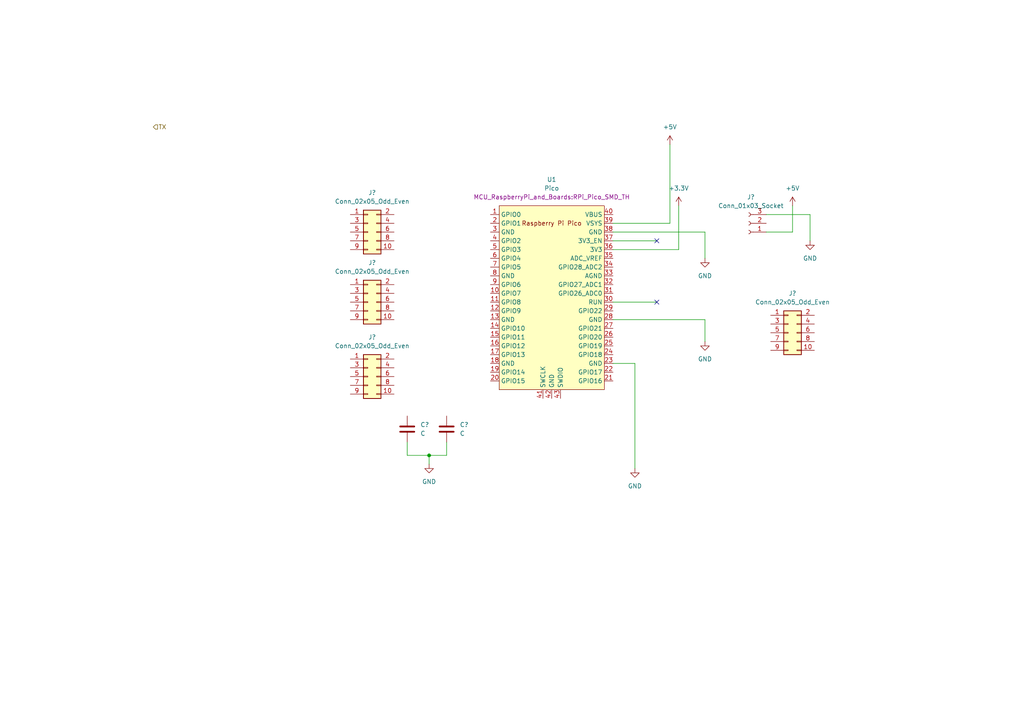
<source format=kicad_sch>
(kicad_sch (version 20230121) (generator eeschema)
  (paper "A4")
  (lib_symbols
    (symbol "Connector:Conn_01x03_Socket" (pin_names (offset 1.016) hide)
      (property "Reference" "J" (at 0 5.08 0))
      (property "Value" "Conn_01x03_Socket" (at 0 -5.08 0))
      (symbol "Conn_01x03_Socket_1_1"
        (arc (start 0 -2.032) (mid -0.5058 -2.54) (end 0 -3.048) (stroke (width 0.1524)))
        (polyline (pts (xy -1.27 -2.54) (xy -0.508 -2.54)) (stroke (width 0.1524)))
        (polyline (pts (xy -1.27 0) (xy -0.508 0)) (stroke (width 0.1524)))
        (polyline (pts (xy -1.27 2.54) (xy -0.508 2.54)) (stroke (width 0.1524)))
        (arc (start 0 0.508) (mid -0.5058 0) (end 0 -0.508) (stroke (width 0.1524)))
        (arc (start 0 3.048) (mid -0.5058 2.54) (end 0 2.032) (stroke (width 0.1524)))
        (pin passive line (at -5.08 2.54 0) (length 3.81) (name "Pin_1") (number "1"))
        (pin passive line (at -5.08 0 0) (length 3.81) (name "Pin_2") (number "2"))
        (pin passive line (at -5.08 -2.54 0) (length 3.81) (name "Pin_3") (number "3"))
      )
    )
    (symbol "Connector_Generic:Conn_02x05_Odd_Even" (pin_names (offset 1.016) hide)
      (property "Reference" "J1" (at 1.27 11.43 0))
      (property "Value" "Conn_02x05_Odd_Even" (at 1.27 8.89 0))
      (symbol "Conn_02x05_Odd_Even_1_1"
        (rectangle (start -1.27 -4.953) (end 0 -5.207) (stroke (width 0.1524)))
        (rectangle (start -1.27 -2.413) (end 0 -2.667) (stroke (width 0.1524)))
        (rectangle (start -1.27 0.127) (end 0 -0.127) (stroke (width 0.1524)))
        (rectangle (start -1.27 2.667) (end 0 2.413) (stroke (width 0.1524)))
        (rectangle (start -1.27 5.207) (end 0 4.953) (stroke (width 0.1524)))
        (rectangle (start -1.27 6.35) (end 3.81 -6.35) (stroke (width 0.254)) (fill (type background)))
        (rectangle (start 3.81 -4.953) (end 2.54 -5.207) (stroke (width 0.1524)))
        (rectangle (start 3.81 -2.413) (end 2.54 -2.667) (stroke (width 0.1524)))
        (rectangle (start 3.81 0.127) (end 2.54 -0.127) (stroke (width 0.1524)))
        (rectangle (start 3.81 2.667) (end 2.54 2.413) (stroke (width 0.1524)))
        (rectangle (start 3.81 5.207) (end 2.54 4.953) (stroke (width 0.1524)))
        (pin passive line (at -5.08 5.08 0) (length 3.81) (name "Pin_1") (number "1"))
        (pin passive line (at 7.62 -5.08 180) (length 3.81) (name "Pin_10") (number "10"))
        (pin passive line (at 7.62 5.08 180) (length 3.81) (name "Pin_2") (number "2"))
        (pin passive line (at -5.08 2.54 0) (length 3.81) (name "Pin_3") (number "3"))
        (pin passive line (at 7.62 2.54 180) (length 3.81) (name "Pin_4") (number "4"))
        (pin passive line (at -5.08 0 0) (length 3.81) (name "Pin_5") (number "5"))
        (pin passive line (at 7.62 0 180) (length 3.81) (name "Pin_6") (number "6"))
        (pin passive line (at -5.08 -2.54 0) (length 3.81) (name "Pin_7") (number "7"))
        (pin passive line (at 7.62 -2.54 180) (length 3.81) (name "Pin_8") (number "8"))
        (pin passive line (at -5.08 -5.08 0) (length 3.81) (name "Pin_9") (number "9"))
      )
    )
    (symbol "Device:C" (pin_numbers hide) (pin_names (offset 0.254))
      (property "Reference" "C" (at 0.635 2.54 0))
      (property "Value" "C" (at 0.635 -2.54 0))
      (symbol "C_0_1"
        (polyline (pts (xy -2.032 -0.762) (xy 2.032 -0.762)) (stroke (width 0.508)))
        (polyline (pts (xy -2.032 0.762) (xy 2.032 0.762)) (stroke (width 0.508)))
      )
      (symbol "C_1_1"
        (pin passive line (at 0 3.81 270) (length 2.794) (name "~") (number "1"))
        (pin passive line (at 0 -3.81 90) (length 2.794) (name "~") (number "2"))
      )
    )
    (symbol "MCU_RaspberryPi_and_Boards:Pico"
      (property "Reference" "U" (at -13.97 27.94 0))
      (property "Value" "Pico" (at 0 19.05 0))
      (property "Footprint" "MCU_RaspberryPi_and_Boards:RPi_Pico_SMD_TH" (at 0 0 90))
      (symbol "Pico_0_0"
        (text "Raspberry Pi Pico" (at 0 21.59 0) (effects (font (size 1.27 1.27))))
      )
      (symbol "Pico_0_1"
        (rectangle (start -15.24 26.67) (end 15.24 -26.67) (fill (type background)))
      )
      (symbol "Pico_1_1"
        (pin bidirectional line (at -17.78 24.13 0) (length 2.54) (name "GPIO0") (number "1"))
        (pin bidirectional line (at -17.78 1.27 0) (length 2.54) (name "GPIO7") (number "10"))
        (pin bidirectional line (at -17.78 -1.27 0) (length 2.54) (name "GPIO8") (number "11"))
        (pin bidirectional line (at -17.78 -3.81 0) (length 2.54) (name "GPIO9") (number "12"))
        (pin power_in line (at -17.78 -6.35 0) (length 2.54) (name "GND") (number "13"))
        (pin bidirectional line (at -17.78 -8.89 0) (length 2.54) (name "GPIO10") (number "14"))
        (pin bidirectional line (at -17.78 -11.43 0) (length 2.54) (name "GPIO11") (number "15"))
        (pin bidirectional line (at -17.78 -13.97 0) (length 2.54) (name "GPIO12") (number "16"))
        (pin bidirectional line (at -17.78 -16.51 0) (length 2.54) (name "GPIO13") (number "17"))
        (pin power_in line (at -17.78 -19.05 0) (length 2.54) (name "GND") (number "18"))
        (pin bidirectional line (at -17.78 -21.59 0) (length 2.54) (name "GPIO14") (number "19"))
        (pin bidirectional line (at -17.78 21.59 0) (length 2.54) (name "GPIO1") (number "2"))
        (pin bidirectional line (at -17.78 -24.13 0) (length 2.54) (name "GPIO15") (number "20"))
        (pin bidirectional line (at 17.78 -24.13 180) (length 2.54) (name "GPIO16") (number "21"))
        (pin bidirectional line (at 17.78 -21.59 180) (length 2.54) (name "GPIO17") (number "22"))
        (pin power_in line (at 17.78 -19.05 180) (length 2.54) (name "GND") (number "23"))
        (pin bidirectional line (at 17.78 -16.51 180) (length 2.54) (name "GPIO18") (number "24"))
        (pin bidirectional line (at 17.78 -13.97 180) (length 2.54) (name "GPIO19") (number "25"))
        (pin bidirectional line (at 17.78 -11.43 180) (length 2.54) (name "GPIO20") (number "26"))
        (pin bidirectional line (at 17.78 -8.89 180) (length 2.54) (name "GPIO21") (number "27"))
        (pin power_in line (at 17.78 -6.35 180) (length 2.54) (name "GND") (number "28"))
        (pin bidirectional line (at 17.78 -3.81 180) (length 2.54) (name "GPIO22") (number "29"))
        (pin power_in line (at -17.78 19.05 0) (length 2.54) (name "GND") (number "3"))
        (pin input line (at 17.78 -1.27 180) (length 2.54) (name "RUN") (number "30"))
        (pin bidirectional line (at 17.78 1.27 180) (length 2.54) (name "GPIO26_ADC0") (number "31"))
        (pin bidirectional line (at 17.78 3.81 180) (length 2.54) (name "GPIO27_ADC1") (number "32"))
        (pin power_in line (at 17.78 6.35 180) (length 2.54) (name "AGND") (number "33"))
        (pin bidirectional line (at 17.78 8.89 180) (length 2.54) (name "GPIO28_ADC2") (number "34"))
        (pin power_in line (at 17.78 11.43 180) (length 2.54) (name "ADC_VREF") (number "35"))
        (pin power_in line (at 17.78 13.97 180) (length 2.54) (name "3V3") (number "36"))
        (pin input line (at 17.78 16.51 180) (length 2.54) (name "3V3_EN") (number "37"))
        (pin bidirectional line (at 17.78 19.05 180) (length 2.54) (name "GND") (number "38"))
        (pin power_in line (at 17.78 21.59 180) (length 2.54) (name "VSYS") (number "39"))
        (pin bidirectional line (at -17.78 16.51 0) (length 2.54) (name "GPIO2") (number "4"))
        (pin power_in line (at 17.78 24.13 180) (length 2.54) (name "VBUS") (number "40"))
        (pin input line (at -2.54 -29.21 90) (length 2.54) (name "SWCLK") (number "41"))
        (pin power_in line (at 0 -29.21 90) (length 2.54) (name "GND") (number "42"))
        (pin bidirectional line (at 2.54 -29.21 90) (length 2.54) (name "SWDIO") (number "43"))
        (pin bidirectional line (at -17.78 13.97 0) (length 2.54) (name "GPIO3") (number "5"))
        (pin bidirectional line (at -17.78 11.43 0) (length 2.54) (name "GPIO4") (number "6"))
        (pin bidirectional line (at -17.78 8.89 0) (length 2.54) (name "GPIO5") (number "7"))
        (pin power_in line (at -17.78 6.35 0) (length 2.54) (name "GND") (number "8"))
        (pin bidirectional line (at -17.78 3.81 0) (length 2.54) (name "GPIO6") (number "9"))
      )
    )
    (symbol "power:+3.3V" (power) (pin_names (offset 0))
      (property "Value" "+3.3V" (at 0 3.556 0))
      (symbol "+3.3V_0_1"
        (polyline (pts (xy -0.762 1.27) (xy 0 2.54)))
        (polyline (pts (xy 0 0) (xy 0 2.54)))
        (polyline (pts (xy 0 2.54) (xy 0.762 1.27)))
      )
      (symbol "+3.3V_1_1"
        (pin power_in line (at 0 0 90) (length 0) hide (name "+3.3V") (number "1"))
      )
    )
    (symbol "power:+5V" (power) (pin_names (offset 0))
      (property "Value" "+5V" (at 0 3.556 0))
      (symbol "+5V_0_1"
        (polyline (pts (xy -0.762 1.27) (xy 0 2.54)))
        (polyline (pts (xy 0 0) (xy 0 2.54)))
        (polyline (pts (xy 0 2.54) (xy 0.762 1.27)))
      )
      (symbol "+5V_1_1"
        (pin power_in line (at 0 0 90) (length 0) hide (name "+5V") (number "1"))
      )
    )
    (symbol "power:GND" (power) (pin_names (offset 0))
      (property "Value" "GND" (at 0 -3.81 0))
      (symbol "GND_0_1"
        (polyline (pts (xy 0 0) (xy 0 -1.27) (xy 1.27 -1.27) (xy 0 -2.54) (xy -1.27 -1.27) (xy 0 -1.27)))
      )
      (symbol "GND_1_1"
        (pin power_in line (at 0 0 270) (length 0) hide (name "GND") (number "1"))
      )
    )
  )
  (junction (at 124.46 132.08))
  (no_connect (at 190.5 69.85))
  (no_connect (at 190.5 87.63))
  (wire (pts (xy 129.54 128.27) (xy 129.54 132.08)))
  (wire (pts (xy 196.85 72.39) (xy 177.8 72.39)))
  (wire (pts (xy 234.95 62.23) (xy 234.95 69.85)))
  (wire (pts (xy 229.87 67.31) (xy 222.25 67.31)))
  (wire (pts (xy 196.85 59.69) (xy 196.85 72.39)))
  (wire (pts (xy 177.8 67.31) (xy 204.47 67.31)))
  (wire (pts (xy 190.5 69.85) (xy 177.8 69.85)))
  (wire (pts (xy 190.5 87.63) (xy 177.8 87.63)))
  (wire (pts (xy 204.47 92.71) (xy 204.47 99.06)))
  (wire (pts (xy 194.31 64.77) (xy 177.8 64.77)))
  (wire (pts (xy 118.11 128.27) (xy 118.11 132.08)))
  (wire (pts (xy 118.11 132.08) (xy 124.46 132.08)))
  (wire (pts (xy 177.8 92.71) (xy 204.47 92.71)))
  (wire (pts (xy 129.54 132.08) (xy 124.46 132.08)))
  (wire (pts (xy 222.25 62.23) (xy 234.95 62.23)))
  (wire (pts (xy 194.31 41.91) (xy 194.31 64.77)))
  (wire (pts (xy 229.87 59.69) (xy 229.87 67.31)))
  (wire (pts (xy 124.46 132.08) (xy 124.46 134.62)))
  (wire (pts (xy 177.8 105.41) (xy 184.15 105.41)))
  (wire (pts (xy 204.47 67.31) (xy 204.47 74.93)))
  (wire (pts (xy 184.15 105.41) (xy 184.15 135.89)))
  (hierarchical_label "TX" (shape input) (at 44.45 36.83 0))
  (symbol (lib_id "power:GND") (at 204.47 74.93 0) (unit 1)
    (property "Reference" "#PWR?" (effects hide))
    (property "Value" "GND" (at 204.47 80.01 0))
    (instances (project "rover" (path "" (reference "#PWR?") (unit 1)) (path "" (reference "#PWR06") (unit 1))))
  )
  (symbol (lib_id "Connector_Generic:Conn_02x05_Odd_Even") (at 228.6 96.52 0) (unit 1)
    (property "Reference" "J?" (at 229.87 85.09 0))
    (property "Value" "Conn_02x05_Odd_Even" (at 229.87 87.63 0))
    (property "Footprint" "Connector_PinHeader_2.54mm:PinHeader_2x05_P2.54mm_Vertical" (effects hide))
    (instances (project "rover" (path "" (reference "J?") (unit 1)) (path "" (reference "J5") (unit 1))))
  )
  (symbol (lib_id "power:GND") (at 234.95 69.85 0) (unit 1)
    (property "Reference" "#PWR?" (effects hide))
    (property "Value" "GND" (at 234.95 74.93 0))
    (instances (project "rover" (path "" (reference "#PWR?") (unit 1)) (path "" (reference "#PWR09") (unit 1))))
  )
  (symbol (lib_id "power:GND") (at 124.46 134.62 0) (unit 1)
    (property "Reference" "#PWR?" (effects hide))
    (property "Value" "GND" (at 124.46 139.7 0))
    (instances (project "rover" (path "" (reference "#PWR?") (unit 1)) (path "" (reference "#PWR02") (unit 1))))
  )
  (symbol (lib_id "Connector:Conn_01x03_Socket") (at 217.17 64.77 180) (unit 1)
    (property "Reference" "J?" (at 217.805 57.15 0))
    (property "Value" "Conn_01x03_Socket" (at 217.805 59.69 0))
    (property "Footprint" "Connector_PinHeader_2.54mm:PinHeader_1x03_P2.54mm_Vertical" (effects hide))
    (instances (project "rover" (path "" (reference "J?") (unit 1)) (path "" (reference "J4") (unit 1))))
  )
  (symbol (lib_id "power:+5V") (at 194.31 41.91 0) (unit 1)
    (property "Reference" "#PWR?" (effects hide))
    (property "Value" "+5V" (at 194.31 36.83 0))
    (instances (project "rover" (path "" (reference "#PWR?") (unit 1)) (path "" (reference "#PWR04") (unit 1))))
  )
  (symbol (lib_id "power:GND") (at 204.47 99.06 0) (unit 1)
    (property "Reference" "#PWR?" (effects hide))
    (property "Value" "GND" (at 204.47 104.14 0))
    (instances (project "rover" (path "" (reference "#PWR?") (unit 1)) (path "" (reference "#PWR07") (unit 1))))
  )
  (symbol (lib_id "MCU_RaspberryPi_and_Boards:Pico") (at 160.02 86.36 0) (unit 1)
    (property "Reference" "U1" (at 160.02 52.07 0))
    (property "Value" "Pico" (at 160.02 54.61 0))
    (property "Footprint" "MCU_RaspberryPi_and_Boards:RPi_Pico_SMD_TH" (at 160.02 57.15 0))
  )
  (symbol (lib_id "Device:C") (at 129.54 124.46 0) (unit 1)
    (property "Reference" "C?" (at 133.35 123.19 0) (effects (justify left)))
    (property "Value" "C" (at 133.35 125.73 0) (effects (justify left)))
    (property "Footprint" "Capacitor_THT:C_Disc_D7.5mm_W5.0mm_P7.50mm" (effects hide))
    (instances (project "rover" (path "" (reference "C?") (unit 1)) (path "" (reference "C2") (unit 1))))
  )
  (symbol (lib_id "power:+5V") (at 229.87 59.69 0) (unit 1)
    (property "Reference" "#PWR?" (effects hide))
    (property "Value" "+5V" (at 229.87 54.61 0))
    (instances (project "rover" (path "" (reference "#PWR?") (unit 1)) (path "" (reference "#PWR08") (unit 1))))
  )
  (symbol (lib_id "Device:C") (at 118.11 124.46 0) (unit 1)
    (property "Reference" "C?" (at 121.92 123.19 0) (effects (justify left)))
    (property "Value" "C" (at 121.92 125.73 0) (effects (justify left)))
    (property "Footprint" "Capacitor_THT:C_Disc_D7.5mm_W5.0mm_P7.50mm" (effects hide))
    (instances (project "rover" (path "" (reference "C?") (unit 1)) (path "" (reference "C1") (unit 1))))
  )
  (symbol (lib_id "Connector_Generic:Conn_02x05_Odd_Even") (at 106.68 87.63 0) (unit 1)
    (property "Reference" "J?" (at 107.95 76.2 0))
    (property "Value" "Conn_02x05_Odd_Even" (at 107.95 78.74 0))
    (property "Footprint" "Connector_PinHeader_2.54mm:PinHeader_2x05_P2.54mm_Vertical" (effects hide))
    (instances (project "rover" (path "" (reference "J?") (unit 1)) (path "" (reference "J2") (unit 1))))
  )
  (symbol (lib_id "Connector_Generic:Conn_02x05_Odd_Even") (at 106.68 67.31 0) (unit 1)
    (property "Reference" "J?" (at 107.95 55.88 0))
    (property "Value" "Conn_02x05_Odd_Even" (at 107.95 58.42 0))
    (property "Footprint" "Connector_PinHeader_2.54mm:PinHeader_2x05_P2.54mm_Vertical" (effects hide))
    (instances (project "rover" (path "" (reference "J?") (unit 1)) (path "" (reference "J1") (unit 1))))
  )
  (symbol (lib_id "power:GND") (at 184.15 135.89 0) (unit 1)
    (property "Reference" "#PWR?" (effects hide))
    (property "Value" "GND" (at 184.15 140.97 0))
    (instances (project "rover" (path "" (reference "#PWR?") (unit 1)) (path "" (reference "#PWR03") (unit 1))))
  )
  (symbol (lib_id "Connector_Generic:Conn_02x05_Odd_Even") (at 106.68 109.22 0) (unit 1)
    (property "Reference" "J?" (at 107.95 97.79 0))
    (property "Value" "Conn_02x05_Odd_Even" (at 107.95 100.33 0))
    (property "Footprint" "Connector_PinHeader_2.54mm:PinHeader_2x05_P2.54mm_Vertical" (effects hide))
    (instances (project "rover" (path "" (reference "J?") (unit 1)) (path "" (reference "J3") (unit 1))))
  )
  (symbol (lib_id "power:+3.3V") (at 196.85 59.69 0) (unit 1)
    (property "Reference" "#PWR?" (effects hide))
    (property "Value" "+3.3V" (at 196.85 54.61 0))
    (instances (project "rover" (path "" (reference "#PWR?") (unit 1)) (path "" (reference "#PWR05") (unit 1))))
  )
)
</source>
